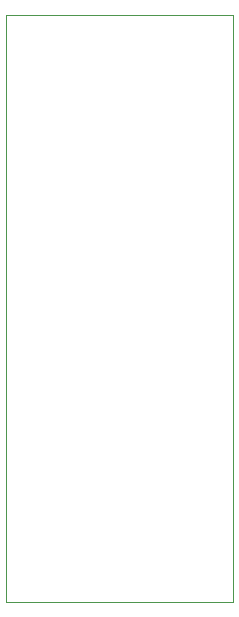
<source format=gbr>
%TF.GenerationSoftware,KiCad,Pcbnew,9.0.0*%
%TF.CreationDate,2025-08-25T15:59:45-02:30*%
%TF.ProjectId,STM32_PCB_Test_Project,53544d33-325f-4504-9342-5f546573745f,rev?*%
%TF.SameCoordinates,Original*%
%TF.FileFunction,Profile,NP*%
%FSLAX46Y46*%
G04 Gerber Fmt 4.6, Leading zero omitted, Abs format (unit mm)*
G04 Created by KiCad (PCBNEW 9.0.0) date 2025-08-25 15:59:45*
%MOMM*%
%LPD*%
G01*
G04 APERTURE LIST*
%TA.AperFunction,Profile*%
%ADD10C,0.050000*%
%TD*%
G04 APERTURE END LIST*
D10*
X151275000Y-72650000D02*
X170515000Y-72650000D01*
X170515000Y-122350000D01*
X151275000Y-122350000D01*
X151275000Y-72650000D01*
M02*

</source>
